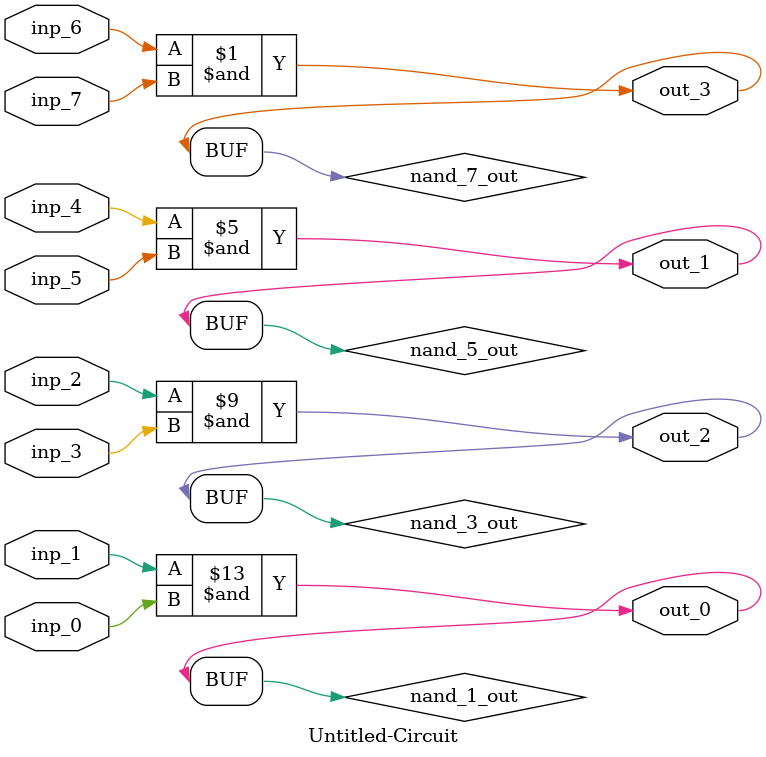
<source format=v>
module TestBench();

  reg inp_0, inp_1, inp_2, inp_3, inp_4, inp_5, inp_6, inp_7;

  wire out_0, out_1, out_2, out_3;

  \Untitled-Circuit  DUT0(out_0, out_1, out_2, out_3, inp_0, inp_1, inp_2, inp_3, inp_4, inp_5, inp_6, inp_7);

  initial begin
    inp_0 = 0;
    inp_1 = 0;
    inp_2 = 0;
    inp_3 = 1;
    inp_4 = 1;
    inp_5 = 0;
    inp_6 = 1;
    inp_7 = 1;

    $display("Flavia Brandi Niffinegger - 649354");

    #15
    $display("a = %b b = %b s = %b", inp_0, inp_1, out_0);
    $display("a = %b b = %b s = %b", inp_2, inp_3, out_1);
    $display("a = %b b = %b s = %b", inp_4, inp_5, out_2);
    $display("a = %b b = %b s = %b", inp_6, inp_7, out_3);

    $finish;

  end
endmodule



module \Untitled-Circuit (out_0, out_1, out_2, out_3, inp_0, inp_1, inp_2, inp_3, inp_4, inp_5, inp_6, inp_7);
  output out_0,  out_1,  out_2,  out_3;
  input inp_0, inp_1, inp_2, inp_3, inp_4, inp_5, inp_6, inp_7;
  wire nand_6_out, nand_7_out, nand_4_out, nand_5_out, nand_2_out, nand_3_out, nand_0_out, nand_1_out;
  assign nand_6_out = ~(inp_6 & inp_7);
  assign nand_7_out = ~(nand_6_out & nand_6_out);
  assign out_3 = nand_7_out;
  assign nand_4_out = ~(inp_4 & inp_5);
  assign nand_5_out = ~(nand_4_out & nand_4_out);
  assign out_1 = nand_5_out;
  assign nand_2_out = ~(inp_2 & inp_3);
  assign nand_3_out = ~(nand_2_out & nand_2_out);
  assign out_2 = nand_3_out;
  assign nand_0_out = ~(inp_1 & inp_0);
  assign nand_1_out = ~(nand_0_out & nand_0_out);
  assign out_0 = nand_1_out;
endmodule


</source>
